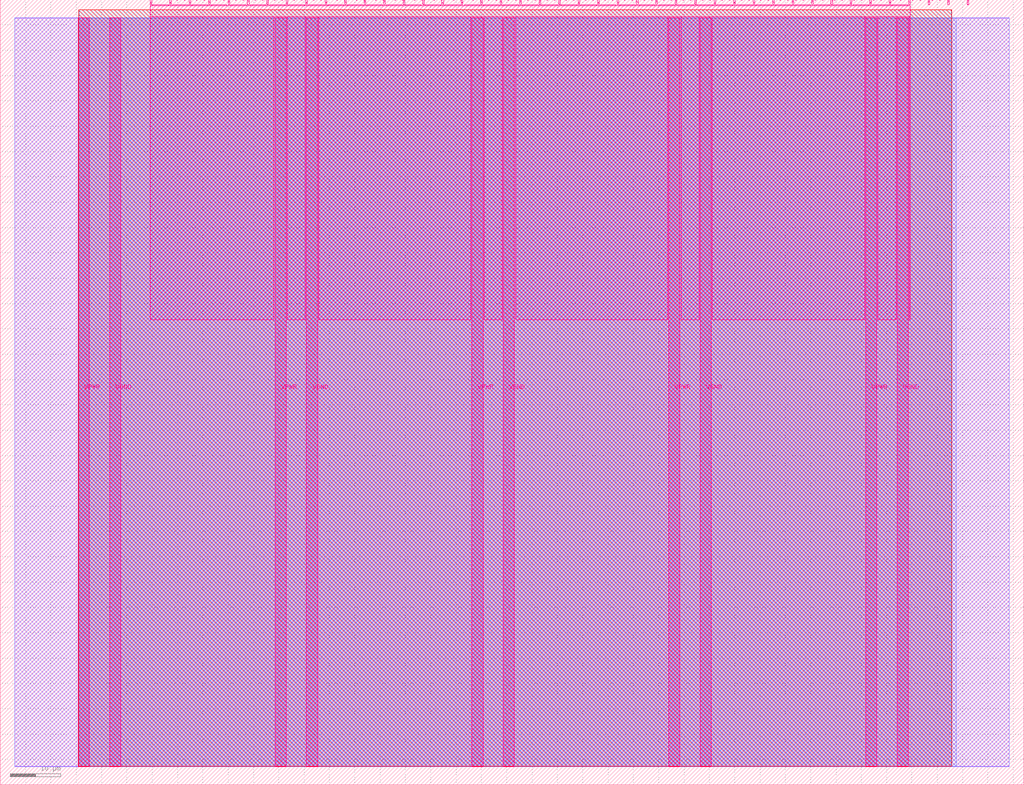
<source format=lef>
VERSION 5.7 ;
  NOWIREEXTENSIONATPIN ON ;
  DIVIDERCHAR "/" ;
  BUSBITCHARS "[]" ;
MACRO tt_um_multiplier_group_1
  CLASS BLOCK ;
  FOREIGN tt_um_multiplier_group_1 ;
  ORIGIN 0.000 0.000 ;
  SIZE 202.080 BY 154.980 ;
  PIN VGND
    DIRECTION INOUT ;
    USE GROUND ;
    PORT
      LAYER Metal5 ;
        RECT 21.580 3.560 23.780 151.420 ;
    END
    PORT
      LAYER Metal5 ;
        RECT 60.450 3.560 62.650 151.420 ;
    END
    PORT
      LAYER Metal5 ;
        RECT 99.320 3.560 101.520 151.420 ;
    END
    PORT
      LAYER Metal5 ;
        RECT 138.190 3.560 140.390 151.420 ;
    END
    PORT
      LAYER Metal5 ;
        RECT 177.060 3.560 179.260 151.420 ;
    END
  END VGND
  PIN VPWR
    DIRECTION INOUT ;
    USE POWER ;
    PORT
      LAYER Metal5 ;
        RECT 15.380 3.560 17.580 151.420 ;
    END
    PORT
      LAYER Metal5 ;
        RECT 54.250 3.560 56.450 151.420 ;
    END
    PORT
      LAYER Metal5 ;
        RECT 93.120 3.560 95.320 151.420 ;
    END
    PORT
      LAYER Metal5 ;
        RECT 131.990 3.560 134.190 151.420 ;
    END
    PORT
      LAYER Metal5 ;
        RECT 170.860 3.560 173.060 151.420 ;
    END
  END VPWR
  PIN clk
    DIRECTION INPUT ;
    USE SIGNAL ;
    PORT
      LAYER Metal5 ;
        RECT 187.050 153.980 187.350 154.980 ;
    END
  END clk
  PIN ena
    DIRECTION INPUT ;
    USE SIGNAL ;
    PORT
      LAYER Metal5 ;
        RECT 190.890 153.980 191.190 154.980 ;
    END
  END ena
  PIN rst_n
    DIRECTION INPUT ;
    USE SIGNAL ;
    PORT
      LAYER Metal5 ;
        RECT 183.210 153.980 183.510 154.980 ;
    END
  END rst_n
  PIN ui_in[0]
    DIRECTION INPUT ;
    USE SIGNAL ;
    ANTENNAGATEAREA 0.213200 ;
    PORT
      LAYER Metal5 ;
        RECT 179.370 153.980 179.670 154.980 ;
    END
  END ui_in[0]
  PIN ui_in[1]
    DIRECTION INPUT ;
    USE SIGNAL ;
    ANTENNAGATEAREA 0.314600 ;
    PORT
      LAYER Metal5 ;
        RECT 175.530 153.980 175.830 154.980 ;
    END
  END ui_in[1]
  PIN ui_in[2]
    DIRECTION INPUT ;
    USE SIGNAL ;
    ANTENNAGATEAREA 0.314600 ;
    PORT
      LAYER Metal5 ;
        RECT 171.690 153.980 171.990 154.980 ;
    END
  END ui_in[2]
  PIN ui_in[3]
    DIRECTION INPUT ;
    USE SIGNAL ;
    ANTENNAGATEAREA 0.180700 ;
    PORT
      LAYER Metal5 ;
        RECT 167.850 153.980 168.150 154.980 ;
    END
  END ui_in[3]
  PIN ui_in[4]
    DIRECTION INPUT ;
    USE SIGNAL ;
    ANTENNAGATEAREA 0.213200 ;
    PORT
      LAYER Metal5 ;
        RECT 164.010 153.980 164.310 154.980 ;
    END
  END ui_in[4]
  PIN ui_in[5]
    DIRECTION INPUT ;
    USE SIGNAL ;
    ANTENNAGATEAREA 0.180700 ;
    PORT
      LAYER Metal5 ;
        RECT 160.170 153.980 160.470 154.980 ;
    END
  END ui_in[5]
  PIN ui_in[6]
    DIRECTION INPUT ;
    USE SIGNAL ;
    ANTENNAGATEAREA 0.314600 ;
    PORT
      LAYER Metal5 ;
        RECT 156.330 153.980 156.630 154.980 ;
    END
  END ui_in[6]
  PIN ui_in[7]
    DIRECTION INPUT ;
    USE SIGNAL ;
    ANTENNAGATEAREA 0.314600 ;
    PORT
      LAYER Metal5 ;
        RECT 152.490 153.980 152.790 154.980 ;
    END
  END ui_in[7]
  PIN uio_in[0]
    DIRECTION INPUT ;
    USE SIGNAL ;
    ANTENNAGATEAREA 0.213200 ;
    PORT
      LAYER Metal5 ;
        RECT 148.650 153.980 148.950 154.980 ;
    END
  END uio_in[0]
  PIN uio_in[1]
    DIRECTION INPUT ;
    USE SIGNAL ;
    ANTENNAGATEAREA 0.213200 ;
    PORT
      LAYER Metal5 ;
        RECT 144.810 153.980 145.110 154.980 ;
    END
  END uio_in[1]
  PIN uio_in[2]
    DIRECTION INPUT ;
    USE SIGNAL ;
    ANTENNAGATEAREA 0.180700 ;
    PORT
      LAYER Metal5 ;
        RECT 140.970 153.980 141.270 154.980 ;
    END
  END uio_in[2]
  PIN uio_in[3]
    DIRECTION INPUT ;
    USE SIGNAL ;
    ANTENNAGATEAREA 0.213200 ;
    PORT
      LAYER Metal5 ;
        RECT 137.130 153.980 137.430 154.980 ;
    END
  END uio_in[3]
  PIN uio_in[4]
    DIRECTION INPUT ;
    USE SIGNAL ;
    PORT
      LAYER Metal5 ;
        RECT 133.290 153.980 133.590 154.980 ;
    END
  END uio_in[4]
  PIN uio_in[5]
    DIRECTION INPUT ;
    USE SIGNAL ;
    PORT
      LAYER Metal5 ;
        RECT 129.450 153.980 129.750 154.980 ;
    END
  END uio_in[5]
  PIN uio_in[6]
    DIRECTION INPUT ;
    USE SIGNAL ;
    PORT
      LAYER Metal5 ;
        RECT 125.610 153.980 125.910 154.980 ;
    END
  END uio_in[6]
  PIN uio_in[7]
    DIRECTION INPUT ;
    USE SIGNAL ;
    PORT
      LAYER Metal5 ;
        RECT 121.770 153.980 122.070 154.980 ;
    END
  END uio_in[7]
  PIN uio_oe[0]
    DIRECTION OUTPUT ;
    USE SIGNAL ;
    ANTENNADIFFAREA 0.299200 ;
    PORT
      LAYER Metal5 ;
        RECT 56.490 153.980 56.790 154.980 ;
    END
  END uio_oe[0]
  PIN uio_oe[1]
    DIRECTION OUTPUT ;
    USE SIGNAL ;
    ANTENNADIFFAREA 0.299200 ;
    PORT
      LAYER Metal5 ;
        RECT 52.650 153.980 52.950 154.980 ;
    END
  END uio_oe[1]
  PIN uio_oe[2]
    DIRECTION OUTPUT ;
    USE SIGNAL ;
    ANTENNADIFFAREA 0.299200 ;
    PORT
      LAYER Metal5 ;
        RECT 48.810 153.980 49.110 154.980 ;
    END
  END uio_oe[2]
  PIN uio_oe[3]
    DIRECTION OUTPUT ;
    USE SIGNAL ;
    ANTENNADIFFAREA 0.299200 ;
    PORT
      LAYER Metal5 ;
        RECT 44.970 153.980 45.270 154.980 ;
    END
  END uio_oe[3]
  PIN uio_oe[4]
    DIRECTION OUTPUT ;
    USE SIGNAL ;
    ANTENNADIFFAREA 0.299200 ;
    PORT
      LAYER Metal5 ;
        RECT 41.130 153.980 41.430 154.980 ;
    END
  END uio_oe[4]
  PIN uio_oe[5]
    DIRECTION OUTPUT ;
    USE SIGNAL ;
    ANTENNADIFFAREA 0.299200 ;
    PORT
      LAYER Metal5 ;
        RECT 37.290 153.980 37.590 154.980 ;
    END
  END uio_oe[5]
  PIN uio_oe[6]
    DIRECTION OUTPUT ;
    USE SIGNAL ;
    ANTENNADIFFAREA 0.299200 ;
    PORT
      LAYER Metal5 ;
        RECT 33.450 153.980 33.750 154.980 ;
    END
  END uio_oe[6]
  PIN uio_oe[7]
    DIRECTION OUTPUT ;
    USE SIGNAL ;
    ANTENNADIFFAREA 0.299200 ;
    PORT
      LAYER Metal5 ;
        RECT 29.610 153.980 29.910 154.980 ;
    END
  END uio_oe[7]
  PIN uio_out[0]
    DIRECTION OUTPUT ;
    USE SIGNAL ;
    ANTENNADIFFAREA 0.299200 ;
    PORT
      LAYER Metal5 ;
        RECT 87.210 153.980 87.510 154.980 ;
    END
  END uio_out[0]
  PIN uio_out[1]
    DIRECTION OUTPUT ;
    USE SIGNAL ;
    ANTENNADIFFAREA 0.299200 ;
    PORT
      LAYER Metal5 ;
        RECT 83.370 153.980 83.670 154.980 ;
    END
  END uio_out[1]
  PIN uio_out[2]
    DIRECTION OUTPUT ;
    USE SIGNAL ;
    ANTENNADIFFAREA 0.299200 ;
    PORT
      LAYER Metal5 ;
        RECT 79.530 153.980 79.830 154.980 ;
    END
  END uio_out[2]
  PIN uio_out[3]
    DIRECTION OUTPUT ;
    USE SIGNAL ;
    ANTENNADIFFAREA 0.299200 ;
    PORT
      LAYER Metal5 ;
        RECT 75.690 153.980 75.990 154.980 ;
    END
  END uio_out[3]
  PIN uio_out[4]
    DIRECTION OUTPUT ;
    USE SIGNAL ;
    ANTENNADIFFAREA 0.299200 ;
    PORT
      LAYER Metal5 ;
        RECT 71.850 153.980 72.150 154.980 ;
    END
  END uio_out[4]
  PIN uio_out[5]
    DIRECTION OUTPUT ;
    USE SIGNAL ;
    ANTENNADIFFAREA 0.299200 ;
    PORT
      LAYER Metal5 ;
        RECT 68.010 153.980 68.310 154.980 ;
    END
  END uio_out[5]
  PIN uio_out[6]
    DIRECTION OUTPUT ;
    USE SIGNAL ;
    ANTENNADIFFAREA 0.299200 ;
    PORT
      LAYER Metal5 ;
        RECT 64.170 153.980 64.470 154.980 ;
    END
  END uio_out[6]
  PIN uio_out[7]
    DIRECTION OUTPUT ;
    USE SIGNAL ;
    ANTENNADIFFAREA 0.299200 ;
    PORT
      LAYER Metal5 ;
        RECT 60.330 153.980 60.630 154.980 ;
    END
  END uio_out[7]
  PIN uo_out[0]
    DIRECTION OUTPUT ;
    USE SIGNAL ;
    ANTENNAGATEAREA 1.180400 ;
    ANTENNADIFFAREA 0.706800 ;
    PORT
      LAYER Metal5 ;
        RECT 117.930 153.980 118.230 154.980 ;
    END
  END uo_out[0]
  PIN uo_out[1]
    DIRECTION OUTPUT ;
    USE SIGNAL ;
    ANTENNADIFFAREA 0.988000 ;
    PORT
      LAYER Metal5 ;
        RECT 114.090 153.980 114.390 154.980 ;
    END
  END uo_out[1]
  PIN uo_out[2]
    DIRECTION OUTPUT ;
    USE SIGNAL ;
    ANTENNADIFFAREA 0.706400 ;
    PORT
      LAYER Metal5 ;
        RECT 110.250 153.980 110.550 154.980 ;
    END
  END uo_out[2]
  PIN uo_out[3]
    DIRECTION OUTPUT ;
    USE SIGNAL ;
    ANTENNADIFFAREA 1.135700 ;
    PORT
      LAYER Metal5 ;
        RECT 106.410 153.980 106.710 154.980 ;
    END
  END uo_out[3]
  PIN uo_out[4]
    DIRECTION OUTPUT ;
    USE SIGNAL ;
    ANTENNADIFFAREA 0.988000 ;
    PORT
      LAYER Metal5 ;
        RECT 102.570 153.980 102.870 154.980 ;
    END
  END uo_out[4]
  PIN uo_out[5]
    DIRECTION OUTPUT ;
    USE SIGNAL ;
    ANTENNADIFFAREA 1.124800 ;
    PORT
      LAYER Metal5 ;
        RECT 98.730 153.980 99.030 154.980 ;
    END
  END uo_out[5]
  PIN uo_out[6]
    DIRECTION OUTPUT ;
    USE SIGNAL ;
    ANTENNADIFFAREA 1.135700 ;
    PORT
      LAYER Metal5 ;
        RECT 94.890 153.980 95.190 154.980 ;
    END
  END uo_out[6]
  PIN uo_out[7]
    DIRECTION OUTPUT ;
    USE SIGNAL ;
    ANTENNADIFFAREA 0.632400 ;
    PORT
      LAYER Metal5 ;
        RECT 91.050 153.980 91.350 154.980 ;
    END
  END uo_out[7]
  OBS
      LAYER GatPoly ;
        RECT 2.880 3.630 199.200 151.350 ;
      LAYER Metal1 ;
        RECT 2.880 3.560 199.200 151.420 ;
      LAYER Metal2 ;
        RECT 15.515 3.680 188.760 151.300 ;
      LAYER Metal3 ;
        RECT 15.560 3.635 187.780 153.025 ;
      LAYER Metal4 ;
        RECT 15.515 3.680 187.825 152.980 ;
      LAYER Metal5 ;
        RECT 30.120 153.770 33.240 153.980 ;
        RECT 33.960 153.770 37.080 153.980 ;
        RECT 37.800 153.770 40.920 153.980 ;
        RECT 41.640 153.770 44.760 153.980 ;
        RECT 45.480 153.770 48.600 153.980 ;
        RECT 49.320 153.770 52.440 153.980 ;
        RECT 53.160 153.770 56.280 153.980 ;
        RECT 57.000 153.770 60.120 153.980 ;
        RECT 60.840 153.770 63.960 153.980 ;
        RECT 64.680 153.770 67.800 153.980 ;
        RECT 68.520 153.770 71.640 153.980 ;
        RECT 72.360 153.770 75.480 153.980 ;
        RECT 76.200 153.770 79.320 153.980 ;
        RECT 80.040 153.770 83.160 153.980 ;
        RECT 83.880 153.770 87.000 153.980 ;
        RECT 87.720 153.770 90.840 153.980 ;
        RECT 91.560 153.770 94.680 153.980 ;
        RECT 95.400 153.770 98.520 153.980 ;
        RECT 99.240 153.770 102.360 153.980 ;
        RECT 103.080 153.770 106.200 153.980 ;
        RECT 106.920 153.770 110.040 153.980 ;
        RECT 110.760 153.770 113.880 153.980 ;
        RECT 114.600 153.770 117.720 153.980 ;
        RECT 118.440 153.770 121.560 153.980 ;
        RECT 122.280 153.770 125.400 153.980 ;
        RECT 126.120 153.770 129.240 153.980 ;
        RECT 129.960 153.770 133.080 153.980 ;
        RECT 133.800 153.770 136.920 153.980 ;
        RECT 137.640 153.770 140.760 153.980 ;
        RECT 141.480 153.770 144.600 153.980 ;
        RECT 145.320 153.770 148.440 153.980 ;
        RECT 149.160 153.770 152.280 153.980 ;
        RECT 153.000 153.770 156.120 153.980 ;
        RECT 156.840 153.770 159.960 153.980 ;
        RECT 160.680 153.770 163.800 153.980 ;
        RECT 164.520 153.770 167.640 153.980 ;
        RECT 168.360 153.770 171.480 153.980 ;
        RECT 172.200 153.770 175.320 153.980 ;
        RECT 176.040 153.770 179.160 153.980 ;
        RECT 29.660 151.630 179.620 153.770 ;
        RECT 29.660 91.835 54.040 151.630 ;
        RECT 56.660 91.835 60.240 151.630 ;
        RECT 62.860 91.835 92.910 151.630 ;
        RECT 95.530 91.835 99.110 151.630 ;
        RECT 101.730 91.835 131.780 151.630 ;
        RECT 134.400 91.835 137.980 151.630 ;
        RECT 140.600 91.835 170.650 151.630 ;
        RECT 173.270 91.835 176.850 151.630 ;
        RECT 179.470 91.835 179.620 151.630 ;
  END
END tt_um_multiplier_group_1
END LIBRARY


</source>
